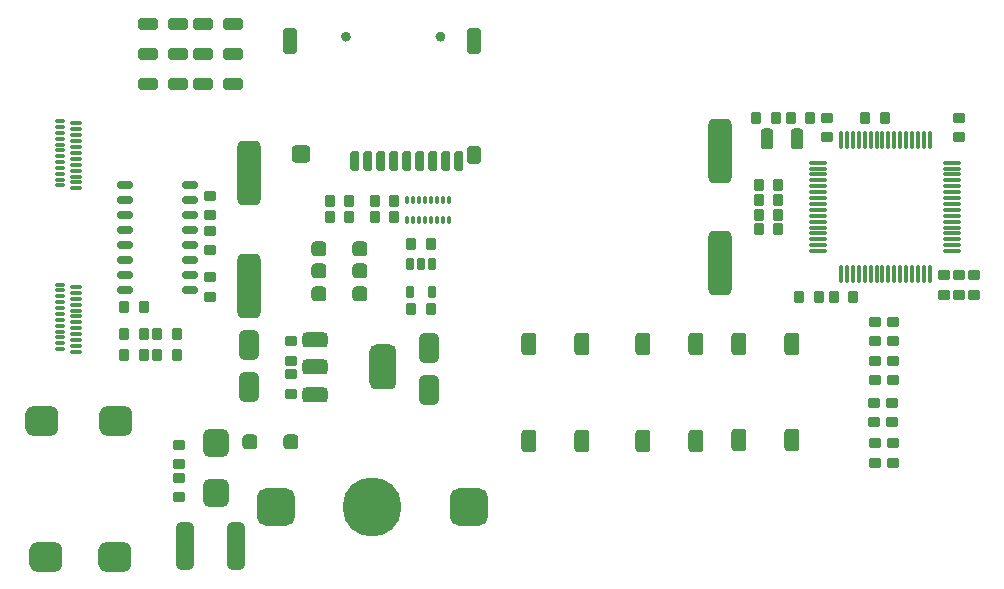
<source format=gtp>
G04*
G04 #@! TF.GenerationSoftware,Altium Limited,Altium Designer,23.10.1 (27)*
G04*
G04 Layer_Color=8421504*
%FSLAX25Y25*%
%MOIN*%
G70*
G04*
G04 #@! TF.SameCoordinates,32BCE259-89C5-4998-93CB-A9973C1CCBB0*
G04*
G04*
G04 #@! TF.FilePolarity,Positive*
G04*
G01*
G75*
%ADD15C,0.01673*%
G04:AMPARAMS|DCode=16|XSize=216.54mil|YSize=78.74mil|CornerRadius=19.68mil|HoleSize=0mil|Usage=FLASHONLY|Rotation=90.000|XOffset=0mil|YOffset=0mil|HoleType=Round|Shape=RoundedRectangle|*
%AMROUNDEDRECTD16*
21,1,0.21654,0.03937,0,0,90.0*
21,1,0.17717,0.07874,0,0,90.0*
1,1,0.03937,0.01968,0.08858*
1,1,0.03937,0.01968,-0.08858*
1,1,0.03937,-0.01968,-0.08858*
1,1,0.03937,-0.01968,0.08858*
%
%ADD16ROUNDEDRECTD16*%
G04:AMPARAMS|DCode=17|XSize=47.24mil|YSize=86.61mil|CornerRadius=11.81mil|HoleSize=0mil|Usage=FLASHONLY|Rotation=180.000|XOffset=0mil|YOffset=0mil|HoleType=Round|Shape=RoundedRectangle|*
%AMROUNDEDRECTD17*
21,1,0.04724,0.06299,0,0,180.0*
21,1,0.02362,0.08661,0,0,180.0*
1,1,0.02362,-0.01181,0.03150*
1,1,0.02362,0.01181,0.03150*
1,1,0.02362,0.01181,-0.03150*
1,1,0.02362,-0.01181,-0.03150*
%
%ADD17ROUNDEDRECTD17*%
G04:AMPARAMS|DCode=18|XSize=30mil|YSize=65mil|CornerRadius=7.5mil|HoleSize=0mil|Usage=FLASHONLY|Rotation=180.000|XOffset=0mil|YOffset=0mil|HoleType=Round|Shape=RoundedRectangle|*
%AMROUNDEDRECTD18*
21,1,0.03000,0.05000,0,0,180.0*
21,1,0.01500,0.06500,0,0,180.0*
1,1,0.01500,-0.00750,0.02500*
1,1,0.01500,0.00750,0.02500*
1,1,0.01500,0.00750,-0.02500*
1,1,0.01500,-0.00750,-0.02500*
%
%ADD18ROUNDEDRECTD18*%
G04:AMPARAMS|DCode=19|XSize=62.99mil|YSize=59.06mil|CornerRadius=14.76mil|HoleSize=0mil|Usage=FLASHONLY|Rotation=180.000|XOffset=0mil|YOffset=0mil|HoleType=Round|Shape=RoundedRectangle|*
%AMROUNDEDRECTD19*
21,1,0.06299,0.02953,0,0,180.0*
21,1,0.03347,0.05906,0,0,180.0*
1,1,0.02953,-0.01673,0.01476*
1,1,0.02953,0.01673,0.01476*
1,1,0.02953,0.01673,-0.01476*
1,1,0.02953,-0.01673,-0.01476*
%
%ADD19ROUNDEDRECTD19*%
G04:AMPARAMS|DCode=20|XSize=47.24mil|YSize=59.06mil|CornerRadius=11.81mil|HoleSize=0mil|Usage=FLASHONLY|Rotation=180.000|XOffset=0mil|YOffset=0mil|HoleType=Round|Shape=RoundedRectangle|*
%AMROUNDEDRECTD20*
21,1,0.04724,0.03543,0,0,180.0*
21,1,0.02362,0.05906,0,0,180.0*
1,1,0.02362,-0.01181,0.01772*
1,1,0.02362,0.01181,0.01772*
1,1,0.02362,0.01181,-0.01772*
1,1,0.02362,-0.01181,-0.01772*
%
%ADD20ROUNDEDRECTD20*%
G04:AMPARAMS|DCode=21|XSize=40mil|YSize=35mil|CornerRadius=8.75mil|HoleSize=0mil|Usage=FLASHONLY|Rotation=270.000|XOffset=0mil|YOffset=0mil|HoleType=Round|Shape=RoundedRectangle|*
%AMROUNDEDRECTD21*
21,1,0.04000,0.01750,0,0,270.0*
21,1,0.02250,0.03500,0,0,270.0*
1,1,0.01750,-0.00875,-0.01125*
1,1,0.01750,-0.00875,0.01125*
1,1,0.01750,0.00875,0.01125*
1,1,0.01750,0.00875,-0.01125*
%
%ADD21ROUNDEDRECTD21*%
G04:AMPARAMS|DCode=22|XSize=15.75mil|YSize=25mil|CornerRadius=3.94mil|HoleSize=0mil|Usage=FLASHONLY|Rotation=180.000|XOffset=0mil|YOffset=0mil|HoleType=Round|Shape=RoundedRectangle|*
%AMROUNDEDRECTD22*
21,1,0.01575,0.01713,0,0,180.0*
21,1,0.00787,0.02500,0,0,180.0*
1,1,0.00787,-0.00394,0.00856*
1,1,0.00787,0.00394,0.00856*
1,1,0.00787,0.00394,-0.00856*
1,1,0.00787,-0.00394,-0.00856*
%
%ADD22ROUNDEDRECTD22*%
G04:AMPARAMS|DCode=23|XSize=11.81mil|YSize=25mil|CornerRadius=2.95mil|HoleSize=0mil|Usage=FLASHONLY|Rotation=180.000|XOffset=0mil|YOffset=0mil|HoleType=Round|Shape=RoundedRectangle|*
%AMROUNDEDRECTD23*
21,1,0.01181,0.01909,0,0,180.0*
21,1,0.00591,0.02500,0,0,180.0*
1,1,0.00591,-0.00295,0.00955*
1,1,0.00591,0.00295,0.00955*
1,1,0.00591,0.00295,-0.00955*
1,1,0.00591,-0.00295,-0.00955*
%
%ADD23ROUNDEDRECTD23*%
G04:AMPARAMS|DCode=24|XSize=50mil|YSize=75mil|CornerRadius=12.5mil|HoleSize=0mil|Usage=FLASHONLY|Rotation=180.000|XOffset=0mil|YOffset=0mil|HoleType=Round|Shape=RoundedRectangle|*
%AMROUNDEDRECTD24*
21,1,0.05000,0.05000,0,0,180.0*
21,1,0.02500,0.07500,0,0,180.0*
1,1,0.02500,-0.01250,0.02500*
1,1,0.02500,0.01250,0.02500*
1,1,0.02500,0.01250,-0.02500*
1,1,0.02500,-0.01250,-0.02500*
%
%ADD24ROUNDEDRECTD24*%
G04:AMPARAMS|DCode=25|XSize=40mil|YSize=35mil|CornerRadius=8.75mil|HoleSize=0mil|Usage=FLASHONLY|Rotation=0.000|XOffset=0mil|YOffset=0mil|HoleType=Round|Shape=RoundedRectangle|*
%AMROUNDEDRECTD25*
21,1,0.04000,0.01750,0,0,0.0*
21,1,0.02250,0.03500,0,0,0.0*
1,1,0.01750,0.01125,-0.00875*
1,1,0.01750,-0.01125,-0.00875*
1,1,0.01750,-0.01125,0.00875*
1,1,0.01750,0.01125,0.00875*
%
%ADD25ROUNDEDRECTD25*%
G04:AMPARAMS|DCode=26|XSize=11.81mil|YSize=37.4mil|CornerRadius=2.95mil|HoleSize=0mil|Usage=FLASHONLY|Rotation=270.000|XOffset=0mil|YOffset=0mil|HoleType=Round|Shape=RoundedRectangle|*
%AMROUNDEDRECTD26*
21,1,0.01181,0.03150,0,0,270.0*
21,1,0.00591,0.03740,0,0,270.0*
1,1,0.00591,-0.01575,-0.00295*
1,1,0.00591,-0.01575,0.00295*
1,1,0.00591,0.01575,0.00295*
1,1,0.00591,0.01575,-0.00295*
%
%ADD26ROUNDEDRECTD26*%
G04:AMPARAMS|DCode=27|XSize=11.81mil|YSize=33.47mil|CornerRadius=2.95mil|HoleSize=0mil|Usage=FLASHONLY|Rotation=270.000|XOffset=0mil|YOffset=0mil|HoleType=Round|Shape=RoundedRectangle|*
%AMROUNDEDRECTD27*
21,1,0.01181,0.02756,0,0,270.0*
21,1,0.00591,0.03347,0,0,270.0*
1,1,0.00591,-0.01378,-0.00295*
1,1,0.00591,-0.01378,0.00295*
1,1,0.00591,0.01378,0.00295*
1,1,0.00591,0.01378,-0.00295*
%
%ADD27ROUNDEDRECTD27*%
G04:AMPARAMS|DCode=28|XSize=60mil|YSize=11mil|CornerRadius=2.75mil|HoleSize=0mil|Usage=FLASHONLY|Rotation=0.000|XOffset=0mil|YOffset=0mil|HoleType=Round|Shape=RoundedRectangle|*
%AMROUNDEDRECTD28*
21,1,0.06000,0.00550,0,0,0.0*
21,1,0.05450,0.01100,0,0,0.0*
1,1,0.00550,0.02725,-0.00275*
1,1,0.00550,-0.02725,-0.00275*
1,1,0.00550,-0.02725,0.00275*
1,1,0.00550,0.02725,0.00275*
%
%ADD28ROUNDEDRECTD28*%
G04:AMPARAMS|DCode=29|XSize=11mil|YSize=60mil|CornerRadius=2.75mil|HoleSize=0mil|Usage=FLASHONLY|Rotation=0.000|XOffset=0mil|YOffset=0mil|HoleType=Round|Shape=RoundedRectangle|*
%AMROUNDEDRECTD29*
21,1,0.01100,0.05450,0,0,0.0*
21,1,0.00550,0.06000,0,0,0.0*
1,1,0.00550,0.00275,-0.02725*
1,1,0.00550,-0.00275,-0.02725*
1,1,0.00550,-0.00275,0.02725*
1,1,0.00550,0.00275,0.02725*
%
%ADD29ROUNDEDRECTD29*%
G04:AMPARAMS|DCode=30|XSize=40mil|YSize=70mil|CornerRadius=10mil|HoleSize=0mil|Usage=FLASHONLY|Rotation=180.000|XOffset=0mil|YOffset=0mil|HoleType=Round|Shape=RoundedRectangle|*
%AMROUNDEDRECTD30*
21,1,0.04000,0.05000,0,0,180.0*
21,1,0.02000,0.07000,0,0,180.0*
1,1,0.02000,-0.01000,0.02500*
1,1,0.02000,0.01000,0.02500*
1,1,0.02000,0.01000,-0.02500*
1,1,0.02000,-0.01000,-0.02500*
%
%ADD30ROUNDEDRECTD30*%
G04:AMPARAMS|DCode=31|XSize=40mil|YSize=65mil|CornerRadius=10mil|HoleSize=0mil|Usage=FLASHONLY|Rotation=90.000|XOffset=0mil|YOffset=0mil|HoleType=Round|Shape=RoundedRectangle|*
%AMROUNDEDRECTD31*
21,1,0.04000,0.04500,0,0,90.0*
21,1,0.02000,0.06500,0,0,90.0*
1,1,0.02000,0.02250,0.01000*
1,1,0.02000,0.02250,-0.01000*
1,1,0.02000,-0.02250,-0.01000*
1,1,0.02000,-0.02250,0.01000*
%
%ADD31ROUNDEDRECTD31*%
G04:AMPARAMS|DCode=32|XSize=40mil|YSize=28mil|CornerRadius=7mil|HoleSize=0mil|Usage=FLASHONLY|Rotation=270.000|XOffset=0mil|YOffset=0mil|HoleType=Round|Shape=RoundedRectangle|*
%AMROUNDEDRECTD32*
21,1,0.04000,0.01400,0,0,270.0*
21,1,0.02600,0.02800,0,0,270.0*
1,1,0.01400,-0.00700,-0.01300*
1,1,0.01400,-0.00700,0.01300*
1,1,0.01400,0.00700,0.01300*
1,1,0.01400,0.00700,-0.01300*
%
%ADD32ROUNDEDRECTD32*%
G04:AMPARAMS|DCode=33|XSize=150mil|YSize=90mil|CornerRadius=22.5mil|HoleSize=0mil|Usage=FLASHONLY|Rotation=270.000|XOffset=0mil|YOffset=0mil|HoleType=Round|Shape=RoundedRectangle|*
%AMROUNDEDRECTD33*
21,1,0.15000,0.04500,0,0,270.0*
21,1,0.10500,0.09000,0,0,270.0*
1,1,0.04500,-0.02250,-0.05250*
1,1,0.04500,-0.02250,0.05250*
1,1,0.04500,0.02250,0.05250*
1,1,0.04500,0.02250,-0.05250*
%
%ADD33ROUNDEDRECTD33*%
G04:AMPARAMS|DCode=34|XSize=50mil|YSize=85mil|CornerRadius=12.5mil|HoleSize=0mil|Usage=FLASHONLY|Rotation=270.000|XOffset=0mil|YOffset=0mil|HoleType=Round|Shape=RoundedRectangle|*
%AMROUNDEDRECTD34*
21,1,0.05000,0.06000,0,0,270.0*
21,1,0.02500,0.08500,0,0,270.0*
1,1,0.02500,-0.03000,-0.01250*
1,1,0.02500,-0.03000,0.01250*
1,1,0.02500,0.03000,0.01250*
1,1,0.02500,0.03000,-0.01250*
%
%ADD34ROUNDEDRECTD34*%
G04:AMPARAMS|DCode=35|XSize=100mil|YSize=65mil|CornerRadius=16.25mil|HoleSize=0mil|Usage=FLASHONLY|Rotation=90.000|XOffset=0mil|YOffset=0mil|HoleType=Round|Shape=RoundedRectangle|*
%AMROUNDEDRECTD35*
21,1,0.10000,0.03250,0,0,90.0*
21,1,0.06750,0.06500,0,0,90.0*
1,1,0.03250,0.01625,0.03375*
1,1,0.03250,0.01625,-0.03375*
1,1,0.03250,-0.01625,-0.03375*
1,1,0.03250,-0.01625,0.03375*
%
%ADD35ROUNDEDRECTD35*%
G04:AMPARAMS|DCode=36|XSize=125.98mil|YSize=125.98mil|CornerRadius=31.5mil|HoleSize=0mil|Usage=FLASHONLY|Rotation=180.000|XOffset=0mil|YOffset=0mil|HoleType=Round|Shape=RoundedRectangle|*
%AMROUNDEDRECTD36*
21,1,0.12598,0.06299,0,0,180.0*
21,1,0.06299,0.12598,0,0,180.0*
1,1,0.06299,-0.03150,0.03150*
1,1,0.06299,0.03150,0.03150*
1,1,0.06299,0.03150,-0.03150*
1,1,0.06299,-0.03150,-0.03150*
%
%ADD36ROUNDEDRECTD36*%
%ADD37C,0.19685*%
G04:AMPARAMS|DCode=38|XSize=51.58mil|YSize=24.41mil|CornerRadius=6.1mil|HoleSize=0mil|Usage=FLASHONLY|Rotation=180.000|XOffset=0mil|YOffset=0mil|HoleType=Round|Shape=RoundedRectangle|*
%AMROUNDEDRECTD38*
21,1,0.05158,0.01221,0,0,180.0*
21,1,0.03937,0.02441,0,0,180.0*
1,1,0.01221,-0.01968,0.00610*
1,1,0.01221,0.01968,0.00610*
1,1,0.01221,0.01968,-0.00610*
1,1,0.01221,-0.01968,-0.00610*
%
%ADD38ROUNDEDRECTD38*%
G04:AMPARAMS|DCode=39|XSize=50mil|YSize=50mil|CornerRadius=12.5mil|HoleSize=0mil|Usage=FLASHONLY|Rotation=180.000|XOffset=0mil|YOffset=0mil|HoleType=Round|Shape=RoundedRectangle|*
%AMROUNDEDRECTD39*
21,1,0.05000,0.02500,0,0,180.0*
21,1,0.02500,0.05000,0,0,180.0*
1,1,0.02500,-0.01250,0.01250*
1,1,0.02500,0.01250,0.01250*
1,1,0.02500,0.01250,-0.01250*
1,1,0.02500,-0.01250,-0.01250*
%
%ADD39ROUNDEDRECTD39*%
G04:AMPARAMS|DCode=40|XSize=110mil|YSize=100mil|CornerRadius=25mil|HoleSize=0mil|Usage=FLASHONLY|Rotation=0.000|XOffset=0mil|YOffset=0mil|HoleType=Round|Shape=RoundedRectangle|*
%AMROUNDEDRECTD40*
21,1,0.11000,0.05000,0,0,0.0*
21,1,0.06000,0.10000,0,0,0.0*
1,1,0.05000,0.03000,-0.02500*
1,1,0.05000,-0.03000,-0.02500*
1,1,0.05000,-0.03000,0.02500*
1,1,0.05000,0.03000,0.02500*
%
%ADD40ROUNDEDRECTD40*%
G04:AMPARAMS|DCode=41|XSize=94.49mil|YSize=86.61mil|CornerRadius=21.65mil|HoleSize=0mil|Usage=FLASHONLY|Rotation=270.000|XOffset=0mil|YOffset=0mil|HoleType=Round|Shape=RoundedRectangle|*
%AMROUNDEDRECTD41*
21,1,0.09449,0.04331,0,0,270.0*
21,1,0.05118,0.08661,0,0,270.0*
1,1,0.04331,-0.02165,-0.02559*
1,1,0.04331,-0.02165,0.02559*
1,1,0.04331,0.02165,0.02559*
1,1,0.04331,0.02165,-0.02559*
%
%ADD41ROUNDEDRECTD41*%
G04:AMPARAMS|DCode=42|XSize=59.06mil|YSize=157.48mil|CornerRadius=14.76mil|HoleSize=0mil|Usage=FLASHONLY|Rotation=180.000|XOffset=0mil|YOffset=0mil|HoleType=Round|Shape=RoundedRectangle|*
%AMROUNDEDRECTD42*
21,1,0.05906,0.12795,0,0,180.0*
21,1,0.02953,0.15748,0,0,180.0*
1,1,0.02953,-0.01476,0.06398*
1,1,0.02953,0.01476,0.06398*
1,1,0.02953,0.01476,-0.06398*
1,1,0.02953,-0.01476,-0.06398*
%
%ADD42ROUNDEDRECTD42*%
D15*
X154522Y180748D02*
G03*
X154522Y180748I-837J0D01*
G01*
X123026D02*
G03*
X123026Y180748I-837J0D01*
G01*
D16*
X247000Y105299D02*
D03*
Y142701D02*
D03*
X90000Y135201D02*
D03*
Y97799D02*
D03*
D17*
X164709Y179173D02*
D03*
X103685D02*
D03*
D18*
X151323Y139409D02*
D03*
X146992D02*
D03*
X142661D02*
D03*
X138331D02*
D03*
X134000D02*
D03*
X129669D02*
D03*
X125339D02*
D03*
X159984D02*
D03*
X155654D02*
D03*
D19*
X107228Y141575D02*
D03*
D20*
X164709Y141378D02*
D03*
D21*
X116750Y120500D02*
D03*
X123250D02*
D03*
X116750Y125827D02*
D03*
X123250D02*
D03*
X131750Y120500D02*
D03*
X138250D02*
D03*
X131750Y126000D02*
D03*
X138250D02*
D03*
X259750Y131400D02*
D03*
X266250D02*
D03*
X144000Y111500D02*
D03*
X150500D02*
D03*
X273250Y94000D02*
D03*
X279750D02*
D03*
X284750D02*
D03*
X291250D02*
D03*
X259000Y153500D02*
D03*
X265500D02*
D03*
X301750D02*
D03*
X295250D02*
D03*
X277000D02*
D03*
X270500D02*
D03*
X259750Y126473D02*
D03*
X266250D02*
D03*
Y121473D02*
D03*
X259750D02*
D03*
X266250Y116573D02*
D03*
X259750D02*
D03*
X48250Y74673D02*
D03*
X54750D02*
D03*
X59250D02*
D03*
X65750D02*
D03*
X59250Y81673D02*
D03*
X65750D02*
D03*
X48250D02*
D03*
X54750D02*
D03*
X150500Y90000D02*
D03*
X144000D02*
D03*
X48250Y90500D02*
D03*
X54750D02*
D03*
D22*
X156587Y119653D02*
D03*
X142413Y119653D02*
D03*
Y126347D02*
D03*
X156587D02*
D03*
D23*
X152453D02*
D03*
X154421D02*
D03*
X144579Y119653D02*
D03*
X146547D02*
D03*
X148516D02*
D03*
X150484D02*
D03*
X152453D02*
D03*
X154421D02*
D03*
X144579Y126347D02*
D03*
X146547D02*
D03*
X148516D02*
D03*
X150484D02*
D03*
D24*
X221142Y45858D02*
D03*
Y78142D02*
D03*
X238858D02*
D03*
Y45858D02*
D03*
X253242Y46158D02*
D03*
Y78442D02*
D03*
X270958D02*
D03*
Y46158D02*
D03*
X183142Y78142D02*
D03*
Y45858D02*
D03*
X200858D02*
D03*
Y78142D02*
D03*
D25*
X103800Y68250D02*
D03*
Y61750D02*
D03*
Y79250D02*
D03*
Y72750D02*
D03*
X304327Y52250D02*
D03*
Y58750D02*
D03*
X298327Y52250D02*
D03*
Y58750D02*
D03*
X298500Y79250D02*
D03*
Y85750D02*
D03*
X304500Y79250D02*
D03*
Y85750D02*
D03*
X298500Y38750D02*
D03*
Y45250D02*
D03*
X304500Y38750D02*
D03*
Y45250D02*
D03*
Y66250D02*
D03*
Y72750D02*
D03*
X298500Y66250D02*
D03*
Y72750D02*
D03*
X321500Y94750D02*
D03*
Y101250D02*
D03*
X326500Y94750D02*
D03*
Y101250D02*
D03*
X331500Y94750D02*
D03*
Y101250D02*
D03*
X326500Y153750D02*
D03*
Y147250D02*
D03*
X282500Y153750D02*
D03*
Y147250D02*
D03*
X77000Y100530D02*
D03*
Y94029D02*
D03*
Y127750D02*
D03*
Y121250D02*
D03*
Y109529D02*
D03*
Y116030D02*
D03*
X66500Y27250D02*
D03*
Y33750D02*
D03*
Y38250D02*
D03*
Y44750D02*
D03*
D26*
X32187Y151835D02*
D03*
Y132150D02*
D03*
Y130181D02*
D03*
Y134118D02*
D03*
Y136087D02*
D03*
Y138055D02*
D03*
Y140024D02*
D03*
Y141992D02*
D03*
Y143961D02*
D03*
Y145929D02*
D03*
Y147898D02*
D03*
Y149866D02*
D03*
Y95366D02*
D03*
Y93398D02*
D03*
Y91429D02*
D03*
Y89461D02*
D03*
Y87492D02*
D03*
Y85524D02*
D03*
Y83555D02*
D03*
Y81587D02*
D03*
Y79618D02*
D03*
Y75681D02*
D03*
Y77650D02*
D03*
Y97335D02*
D03*
D27*
X26872Y152622D02*
D03*
Y150654D02*
D03*
Y148685D02*
D03*
Y146716D02*
D03*
Y144748D02*
D03*
Y142878D02*
D03*
Y140909D02*
D03*
Y138941D02*
D03*
Y136972D02*
D03*
Y135004D02*
D03*
Y133035D02*
D03*
Y131165D02*
D03*
Y76665D02*
D03*
Y78535D02*
D03*
Y80504D02*
D03*
Y82472D02*
D03*
Y84441D02*
D03*
Y86409D02*
D03*
Y88378D02*
D03*
Y90248D02*
D03*
Y92216D02*
D03*
Y94185D02*
D03*
Y96153D02*
D03*
Y98122D02*
D03*
D28*
X324323Y138764D02*
D03*
Y136795D02*
D03*
Y134827D02*
D03*
Y132858D02*
D03*
Y130890D02*
D03*
Y128921D02*
D03*
Y126953D02*
D03*
Y124984D02*
D03*
Y123016D02*
D03*
Y121047D02*
D03*
Y119079D02*
D03*
Y117110D02*
D03*
Y115142D02*
D03*
Y113173D02*
D03*
Y111205D02*
D03*
Y109236D02*
D03*
X279677D02*
D03*
Y111205D02*
D03*
Y113173D02*
D03*
Y115142D02*
D03*
Y117110D02*
D03*
Y119079D02*
D03*
Y121047D02*
D03*
Y123016D02*
D03*
Y124984D02*
D03*
Y126953D02*
D03*
Y128921D02*
D03*
Y130890D02*
D03*
Y132858D02*
D03*
Y134827D02*
D03*
Y136795D02*
D03*
Y138764D02*
D03*
D29*
X287236Y146323D02*
D03*
X289205D02*
D03*
X291173D02*
D03*
X293142D02*
D03*
X295110D02*
D03*
X297079D02*
D03*
X299047D02*
D03*
X301016D02*
D03*
X302984D02*
D03*
X304953D02*
D03*
X306921D02*
D03*
X308890D02*
D03*
X310858D02*
D03*
X312827D02*
D03*
X314795D02*
D03*
X316764D02*
D03*
Y101677D02*
D03*
X314795D02*
D03*
X312827D02*
D03*
X310858D02*
D03*
X308890D02*
D03*
X306921D02*
D03*
X304953D02*
D03*
X302984D02*
D03*
X301016D02*
D03*
X299047D02*
D03*
X297079D02*
D03*
X295110D02*
D03*
X293142D02*
D03*
X291173D02*
D03*
X289205D02*
D03*
X287236D02*
D03*
D30*
X272500Y146673D02*
D03*
X262500D02*
D03*
D31*
X66200Y185000D02*
D03*
Y165000D02*
D03*
Y175000D02*
D03*
X56200Y165000D02*
D03*
Y175000D02*
D03*
Y185000D02*
D03*
X74700D02*
D03*
Y175000D02*
D03*
Y165000D02*
D03*
X84700Y175000D02*
D03*
Y165000D02*
D03*
Y185000D02*
D03*
D32*
X147240Y104949D02*
D03*
X143500Y95500D02*
D03*
Y104949D02*
D03*
X150980D02*
D03*
Y95500D02*
D03*
D33*
X134617Y70500D02*
D03*
D34*
X111783Y61445D02*
D03*
Y70500D02*
D03*
Y79555D02*
D03*
D35*
X150000Y76890D02*
D03*
Y63110D02*
D03*
X90000Y77890D02*
D03*
Y64110D02*
D03*
D36*
X98716Y24000D02*
D03*
X163284D02*
D03*
D37*
X131000D02*
D03*
D38*
X48673Y96300D02*
D03*
Y101300D02*
D03*
X70327Y131300D02*
D03*
X48673Y126300D02*
D03*
X70327D02*
D03*
Y116300D02*
D03*
X48673Y131300D02*
D03*
X70327Y121300D02*
D03*
X48673D02*
D03*
Y116300D02*
D03*
Y106300D02*
D03*
X70327Y111300D02*
D03*
Y106300D02*
D03*
Y96300D02*
D03*
X48673Y111300D02*
D03*
X70327Y101300D02*
D03*
D39*
X90250Y45500D02*
D03*
X103750D02*
D03*
X126750Y102500D02*
D03*
X113250D02*
D03*
X126750Y95000D02*
D03*
X113250D02*
D03*
X126750Y110000D02*
D03*
X113250D02*
D03*
D40*
X45206Y7463D02*
D03*
X22158Y7362D02*
D03*
X20890Y52637D02*
D03*
X45693D02*
D03*
D41*
X79000Y45465D02*
D03*
Y28535D02*
D03*
D42*
X85465Y11000D02*
D03*
X68535D02*
D03*
M02*

</source>
